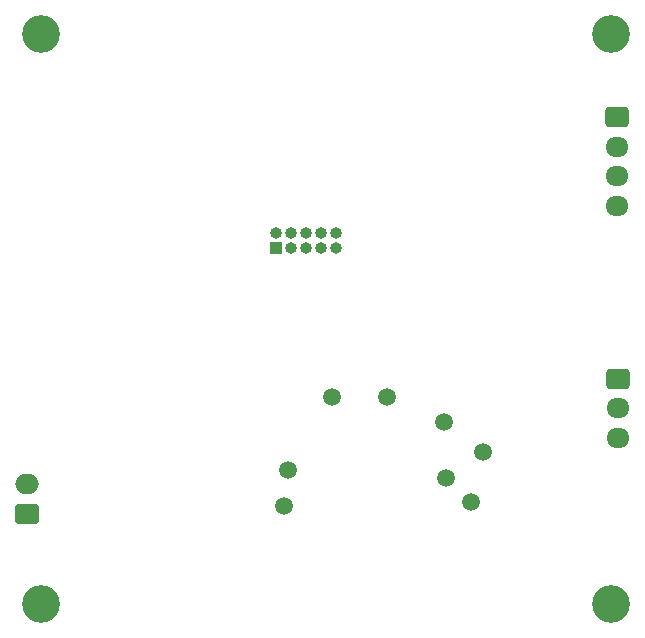
<source format=gbs>
%TF.GenerationSoftware,KiCad,Pcbnew,(6.0.1-0)*%
%TF.CreationDate,2022-04-18T21:10:34-05:00*%
%TF.ProjectId,tackle_sensor_hardware,7461636b-6c65-45f7-9365-6e736f725f68,rev?*%
%TF.SameCoordinates,Original*%
%TF.FileFunction,Soldermask,Bot*%
%TF.FilePolarity,Negative*%
%FSLAX46Y46*%
G04 Gerber Fmt 4.6, Leading zero omitted, Abs format (unit mm)*
G04 Created by KiCad (PCBNEW (6.0.1-0)) date 2022-04-18 21:10:34*
%MOMM*%
%LPD*%
G01*
G04 APERTURE LIST*
G04 Aperture macros list*
%AMRoundRect*
0 Rectangle with rounded corners*
0 $1 Rounding radius*
0 $2 $3 $4 $5 $6 $7 $8 $9 X,Y pos of 4 corners*
0 Add a 4 corners polygon primitive as box body*
4,1,4,$2,$3,$4,$5,$6,$7,$8,$9,$2,$3,0*
0 Add four circle primitives for the rounded corners*
1,1,$1+$1,$2,$3*
1,1,$1+$1,$4,$5*
1,1,$1+$1,$6,$7*
1,1,$1+$1,$8,$9*
0 Add four rect primitives between the rounded corners*
20,1,$1+$1,$2,$3,$4,$5,0*
20,1,$1+$1,$4,$5,$6,$7,0*
20,1,$1+$1,$6,$7,$8,$9,0*
20,1,$1+$1,$8,$9,$2,$3,0*%
G04 Aperture macros list end*
%ADD10RoundRect,0.250000X-0.725000X0.600000X-0.725000X-0.600000X0.725000X-0.600000X0.725000X0.600000X0*%
%ADD11O,1.950000X1.700000*%
%ADD12C,3.200000*%
%ADD13RoundRect,0.250000X0.750000X-0.600000X0.750000X0.600000X-0.750000X0.600000X-0.750000X-0.600000X0*%
%ADD14O,2.000000X1.700000*%
%ADD15R,1.000000X1.000000*%
%ADD16O,1.000000X1.000000*%
%ADD17C,1.500000*%
G04 APERTURE END LIST*
D10*
%TO.C,J3*%
X173990000Y-103505000D03*
D11*
X173990000Y-106005000D03*
X173990000Y-108505000D03*
%TD*%
D12*
%TO.C,H3*%
X125095000Y-122555000D03*
%TD*%
D13*
%TO.C,J1*%
X123935000Y-114935000D03*
D14*
X123935000Y-112435000D03*
%TD*%
D12*
%TO.C,H4*%
X173355000Y-122555000D03*
%TD*%
D10*
%TO.C,J2*%
X173880000Y-81340000D03*
D11*
X173880000Y-83840000D03*
X173880000Y-86340000D03*
X173880000Y-88840000D03*
%TD*%
D15*
%TO.C,J4*%
X145034000Y-92456000D03*
D16*
X145034000Y-91186000D03*
X146304000Y-92456000D03*
X146304000Y-91186000D03*
X147574000Y-92456000D03*
X147574000Y-91186000D03*
X148844000Y-92456000D03*
X148844000Y-91186000D03*
X150114000Y-92456000D03*
X150114000Y-91186000D03*
%TD*%
D12*
%TO.C,H2*%
X173355000Y-74295000D03*
%TD*%
%TO.C,H1*%
X125095000Y-74295000D03*
%TD*%
D17*
%TO.C,TP7*%
X146050000Y-111252000D03*
%TD*%
%TO.C,TP5*%
X159258000Y-107188000D03*
%TD*%
%TO.C,TP13*%
X149733000Y-105029000D03*
%TD*%
%TO.C,TP8*%
X145669000Y-114300000D03*
%TD*%
%TO.C,TP6*%
X162560000Y-109728000D03*
%TD*%
%TO.C,TP14*%
X154432000Y-105029000D03*
%TD*%
%TO.C,TP4*%
X161544000Y-113919000D03*
%TD*%
%TO.C,TP9*%
X159385000Y-111887000D03*
%TD*%
M02*

</source>
